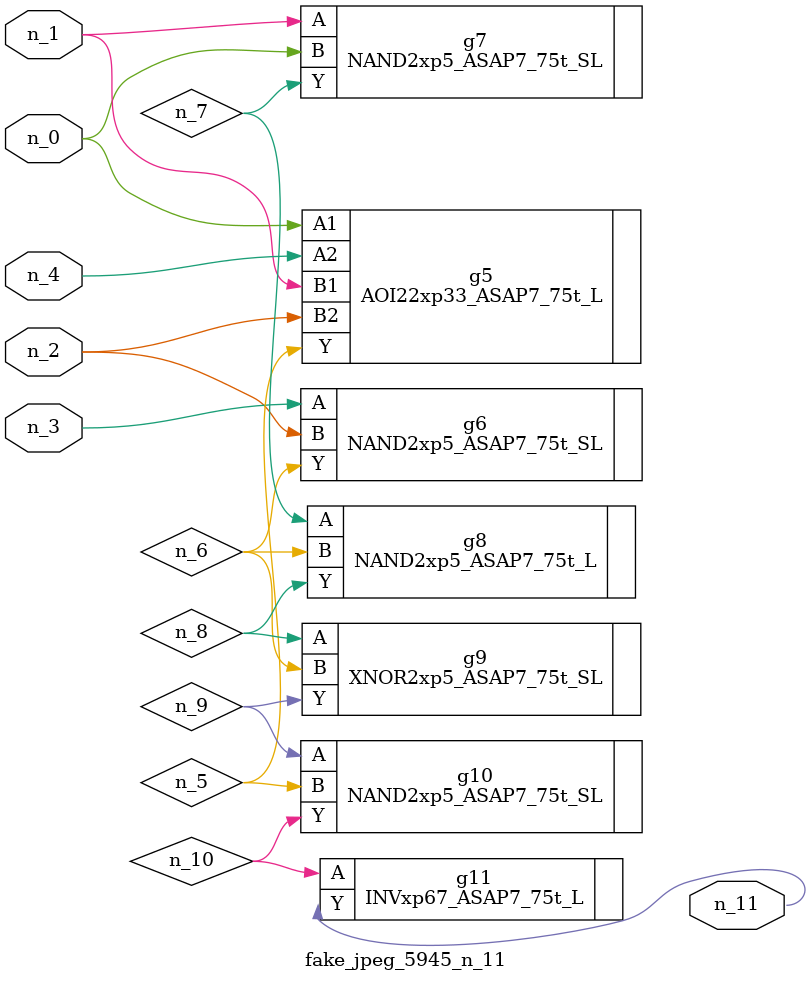
<source format=v>
module fake_jpeg_5945_n_11 (n_3, n_2, n_1, n_0, n_4, n_11);

input n_3;
input n_2;
input n_1;
input n_0;
input n_4;

output n_11;

wire n_10;
wire n_8;
wire n_9;
wire n_6;
wire n_5;
wire n_7;

AOI22xp33_ASAP7_75t_L g5 ( 
.A1(n_0),
.A2(n_4),
.B1(n_1),
.B2(n_2),
.Y(n_5)
);

NAND2xp5_ASAP7_75t_SL g6 ( 
.A(n_3),
.B(n_2),
.Y(n_6)
);

NAND2xp5_ASAP7_75t_SL g7 ( 
.A(n_1),
.B(n_0),
.Y(n_7)
);

NAND2xp5_ASAP7_75t_L g8 ( 
.A(n_7),
.B(n_6),
.Y(n_8)
);

XNOR2xp5_ASAP7_75t_SL g9 ( 
.A(n_8),
.B(n_6),
.Y(n_9)
);

NAND2xp5_ASAP7_75t_SL g10 ( 
.A(n_9),
.B(n_5),
.Y(n_10)
);

INVxp67_ASAP7_75t_L g11 ( 
.A(n_10),
.Y(n_11)
);


endmodule
</source>
